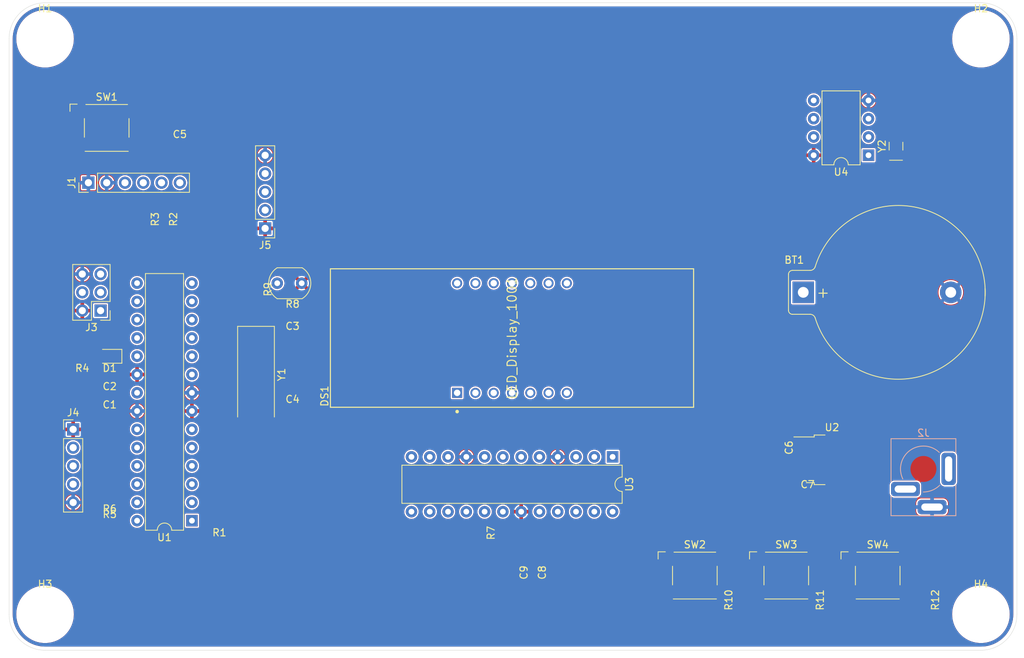
<source format=kicad_pcb>
(kicad_pcb (version 20211014) (generator pcbnew)
  (layers (0 "F.Cu" signal) (31 "B.Cu" signal) (34 "B.Paste" user) (35 "F.Paste" user) (36 "B.SilkS" user "B.Silkscreen") (37 "F.SilkS" user "F.Silkscreen") (38 "B.Mask" user) (39 "F.Mask" user) (44 "Edge.Cuts" user))
  (net 0 "")
  (net 1 "Net-(BT1-Pad1)")
  (net 2 "GND")
  (net 3 "Net-(C1-Pad1)")
  (net 4 "VCC")
  (net 5 "Net-(C3-Pad1)")
  (net 6 "Net-(C4-Pad1)")
  (net 7 "RESET")
  (net 8 "Net-(C5-Pad2)")
  (net 9 "Net-(C6-Pad1)")
  (net 10 "Net-(D1-Pad1)")
  (net 11 "LED_SCK")
  (net 12 "Net-(DS1-Pad1)")
  (net 13 "Net-(DS1-Pad2)")
  (net 14 "Net-(DS1-Pad3)")
  (net 15 "Net-(DS1-Pad4)")
  (net 16 "Net-(DS1-Pad5)")
  (net 17 "Net-(DS1-Pad6)")
  (net 18 "Net-(DS1-Pad7)")
  (net 19 "Net-(DS1-Pad9)")
  (net 20 "Net-(DS1-Pad10)")
  (net 21 "Net-(DS1-Pad11)")
  (net 22 "Net-(DS1-Pad12)")
  (net 23 "Net-(DS1-Pad13)")
  (net 24 "Net-(DS1-Pad14)")
  (net 26 "MISO")
  (net 27 "MOSI")
  (net 28 "TXD")
  (net 29 "RXD")
  (net 30 "SCL")
  (net 31 "Net-(R7-Pad2)")
  (net 32 "LIGHT_SENSOR")
  (net 33 "BTN_UP")
  (net 34 "BTN_SEL")
  (net 35 "BTN_DWN")
  (net 36 "DISP_CLK")
  (net 37 "DISP_DATA")
  (net 38 "BTH_DWN")
  (net 39 "Net-(J1-Pad5)")
  (net 40 "Net-(J1-Pad4)")
  (net 42 "DEBUG_4")
  (net 43 "DEBUG_5")
  (net 44 "DEBUG_6")
  (net 45 "DISP_LOAD")
  (net 46 "DEBUG_1")
  (net 47 "DEBUG_2")
  (net 51 "DEBUG_3")
  (net 53 "Net-(U4-Pad1)")
  (net 54 "Net-(U4-Pad2)")
  (footprint "footprints:DIP-28_W7.62mm" (layer "F.Cu") (at 105.4 126.99 180)
    (fp_text reference "U1" (at 3.81 -2.33) (layer "F.SilkS"))
    (fp_text value "ATmega328-PU")
    (fp_line (start 1.16 -1.33) (end 1.16 34.35) (layer "F.SilkS") (width 0.12))
    (fp_line (start 1.16 34.35) (end 6.46 34.35) (layer "F.SilkS") (width 0.12))
    (fp_line (start 2.81 -1.33) (end 1.16 -1.33) (layer "F.SilkS") (width 0.12))
    (fp_line (start 6.46 -1.33) (end 4.81 -1.33) (layer "F.SilkS") (width 0.12))
    (fp_line (start 6.46 34.35) (end 6.46 -1.33) (layer "F.SilkS") (width 0.12))
    (fp_arc (start 4.81 -1.33) (mid 3.81 -0.33) (end 2.81 -1.33) (layer "F.SilkS") (width 0.12))
    (pad "1" thru_hole rect locked (at 0 0 180) (size 1.6 1.6) (drill 0.8) (layers *.Cu *.Mask) (net 7 "RESET"))
    (pad "2" thru_hole oval locked (at 0 2.54 180) (size 1.6 1.6) (drill 0.8) (layers *.Cu *.Mask) (net 29 "RXD"))
    (pad "3" thru_hole oval locked (at 0 5.08 180) (size 1.6 1.6) (drill 0.8) (layers *.Cu *.Mask) (net 28 "TXD"))
    (pad "4" thru_hole oval locked (at 0 7.62 180) (size 1.6 1.6) (drill 0.8) (layers *.Cu *.Mask) (net 38 "BTH_DWN"))
    (pad "5" thru_hole oval locked (at 0 10.16 180) (size 1.6 1.6) (drill 0.8) (layers *.Cu *.Mask) (net 34 "BTN_SEL"))
    (pad "6" thru_hole oval locked (at 0 12.7 180) (size 1.6 1.6) (drill 0.8) (layers *.Cu *.Mask) (net 33 "BTN_UP"))
    (pad "7" thru_hole oval locked (at 0 15.24 180) (size 1.6 1.6) (drill 0.8) (layers *.Cu *.Mask) (net 4 "VCC"))
    (pad "8" thru_hole oval locked (at 0 17.78 180) (size 1.6 1.6) (drill 0.8) (layers *.Cu *.Mask) (net 2 "GND"))
    (pad "9" thru_hole oval locked (at 0 20.32 180) (size 1.6 1.6) (drill 0.8) (layers *.Cu *.Mask) (net 6 "Net-(C4-Pad1)"))
    (pad "10" thru_hole oval locked (at 0 22.86 180) (size 1.6 1.6) (drill 0.8) (layers *.Cu *.Mask) (net 5 "Net-(C3-Pad1)"))
    (pad "11" thru_hole oval locked (at 0 25.4 180) (size 1.6 1.6) (drill 0.8) (layers *.Cu *.Mask) (net 46 "DEBUG_1"))
    (pad "12" thru_hole oval locked (at 0 27.94 180) (size 1.6 1.6) (drill 0.8) (layers *.Cu *.Mask) (net 47 "DEBUG_2"))
    (pad "13" thru_hole oval locked (at 0 30.48 180) (size 1.6 1.6) (drill 0.8) (layers *.Cu *.Mask) (net 51 "DEBUG_3"))
    (pad "14" thru_hole oval locked (at 0 33.02 180) (size 1.6 1.6) (drill 0.8) (layers *.Cu *.Mask) (net 45 "DISP_LOAD"))
    (pad "15" thru_hole oval locked (at 7.62 33.02 180) (size 1.6 1.6) (drill 0.8) (layers *.Cu *.Mask) (net 36 "DISP_CLK"))
    (pad "16" thru_hole oval locked (at 7.62 30.48 180) (size 1.6 1.6) (drill 0.8) (layers *.Cu *.Mask) (net 37 "DISP_DATA"))
    (pad "17" thru_hole oval locked (at 7.62 27.94 180) (size 1.6 1.6) (drill 0.8) (layers *.Cu *.Mask) (net 27 "MOSI"))
    (pad "18" thru_hole oval locked (at 7.62 25.4 180) (size 1.6 1.6) (drill 0.8) (layers *.Cu *.Mask) (net 26 "MISO"))
    (pad "19" thru_hole oval locked (at 7.62 22.86 180) (size 1.6 1.6) (drill 0.8) (layers *.Cu *.Mask) (net 11 "LED_SCK"))
    (pad "20" thru_hole oval locked (at 7.62 20.32 180) (size 1.6 1.6) (drill 0.8) (layers *.Cu *.Mask) (net 4 "VCC"))
    (pad "21" thru_hole oval locked (at 7.62 17.78 180) (size 1.6 1.6) (drill 0.8) (layers *.Cu *.Mask) (net 3 "Net-(C1-Pad1)"))
    (pad "22" thru_hole oval locked (at 7.62 15.24 180) (size 1.6 1.6) (drill 0.8) (layers *.Cu *.Mask) (net 2 "GND"))
    (pad "23" thru_hole oval locked (at 7.62 12.7 180) (size 1.6 1.6) (drill 0.8) (layers *.Cu *.Mask) (net 32 "LIGHT_SENSOR"))
    (pad "24" thru_hole oval locked (at 7.62 10.16 180) (size 1.6 1.6) (drill 0.8) (layers *.Cu *.Mask) (net 42 "DEBUG_4"))
    (pad "25" thru_hole oval locked (at 7.62 7.62 180) (size 1.6 1.6) (drill 0.8) (layers *.Cu *.Mask) (net 43 "DEBUG_5"))
    (pad "26" thru_hole oval locked (at 7.62 5.08 180) (size 1.6 1.6) (drill 0.8) (layers *.Cu *.Mask) (net 44 "DEBUG_6"))
    (pad "27" thru_hole oval locked (at 7.62 2.54 180) (size 1.6 1.6) (drill 0.8) (layers *.Cu *.Mask) (net 30 "SCL"))
    (pad "28" thru_hole oval locked (at 7.62 0 180) (size 1.6 1.6) (drill 0.8) (layers *.Cu *.Mask) (net 30 "SCL"))
  )
  (footprint "footprints:MountingHole_3.2mm_M3" (layer "F.Cu") (at 215 140)
    (fp_text reference "H4" (at 0 -4.2) (layer "F.SilkS"))
    (fp_text value "MountingHole")
    (pad "" np_thru_hole circle locked (at 0 0) (size 3.2 3.2) (drill 3.2) (layers *.Cu *.Mask))
  )
  (footprint "footprints:PinHeader_1x06_P2.54mm_Vertical" (layer "F.Cu") (at 91.02 80.01 90)
    (fp_text reference "J1" (at 0 -2.33 90) (layer "F.SilkS"))
    (fp_text value "Conn_01x06")
    (fp_line (start -1.33 14.03) (end 1.33 14.03) (layer "F.SilkS") (width 0.12))
    (fp_line (start -1.33 1.27) (end -1.33 14.03) (layer "F.SilkS") (width 0.12))
    (fp_line (start -1.33 0) (end -1.33 -1.33) (layer "F.SilkS") (width 0.12))
    (fp_line (start 1.33 1.27) (end 1.33 14.03) (layer "F.SilkS") (width 0.12))
    (fp_line (start -1.33 -1.33) (end 0 -1.33) (layer "F.SilkS") (width 0.12))
    (fp_line (start -1.33 1.27) (end 1.33 1.27) (layer "F.SilkS") (width 0.12))
    (pad "1" thru_hole rect locked (at 0 0 90) (size 1.7 1.7) (drill 1) (layers *.Cu *.Mask) (net 2 "GND"))
    (pad "2" thru_hole oval locked (at 0 2.54 90) (size 1.7 1.7) (drill 1) (layers *.Cu *.Mask) (net 2 "GND"))
    (pad "3" thru_hole oval locked (at 0 5.08 90) (size 1.7 1.7) (drill 1) (layers *.Cu *.Mask))
    (pad "4" thru_hole oval locked (at 0 7.62 90) (size 1.7 1.7) (drill 1) (layers *.Cu *.Mask) (net 40 "Net-(J1-Pad4)"))
    (pad "5" thru_hole oval locked (at 0 10.16 90) (size 1.7 1.7) (drill 1) (layers *.Cu *.Mask) (net 39 "Net-(J1-Pad5)"))
    (pad "6" thru_hole oval locked (at 0 12.7 90) (size 1.7 1.7) (drill 1) (layers *.Cu *.Mask) (net 8 "Net-(C5-Pad2)"))
  )
  (footprint "footprints:DIP-8_W7.62mm" (layer "F.Cu") (at 199.38 76.19 180)
    (fp_text reference "U4" (at 3.81 -2.33) (layer "F.SilkS"))
    (fp_text value "DS1307_DIP-8")
    (fp_line (start 1.16 8.95) (end 6.46 8.95) (layer "F.SilkS") (width 0.12))
    (fp_line (start 1.16 -1.33) (end 1.16 8.95) (layer "F.SilkS") (width 0.12))
    (fp_line (start 2.81 -1.33) (end 1.16 -1.33) (layer "F.SilkS") (width 0.12))
    (fp_line (start 6.46 -1.33) (end 4.81 -1.33) (layer "F.SilkS") (width 0.12))
    (fp_line (start 6.46 8.95) (end 6.46 -1.33) (layer "F.SilkS") (width 0.12))
    (fp_arc (start 4.81 -1.33) (mid 3.81 -0.33) (end 2.81 -1.33) (layer "F.SilkS") (width 0.12))
    (pad "1" thru_hole rect locked (at 0 0 180) (size 1.6 1.6) (drill 0.8) (layers *.Cu *.Mask) (net 53 "Net-(U4-Pad1)"))
    (pad "2" thru_hole oval locked (at 0 2.54 180) (size 1.6 1.6) (drill 0.8) (layers *.Cu *.Mask) (net 54 "Net-(U4-Pad2)"))
    (pad "3" thru_hole oval locked (at 0 5.08 180) (size 1.6 1.6) (drill 0.8) (layers *.Cu *.Mask) (net 1 "Net-(BT1-Pad1)"))
    (pad "4" thru_hole oval locked (at 0 7.62 180) (size 1.6 1.6) (drill 0.8) (layers *.Cu *.Mask) (net 2 "GND"))
    (pad "5" thru_hole oval locked (at 7.62 7.62 180) (size 1.6 1.6) (drill 0.8) (layers *.Cu *.Mask) (net 30 "SCL"))
    (pad "6" thru_hole oval locked (at 7.62 5.08 180) (size 1.6 1.6) (drill 0.8) (layers *.Cu *.Mask) (net 30 "SCL"))
    (pad "7" thru_hole oval locked (at 7.62 2.54 180) (size 1.6 1.6) (drill 0.8) (layers *.Cu *.Mask))
    (pad "8" thru_hole oval locked (at 7.62 0 180) (size 1.6 1.6) (drill 0.8) (layers *.Cu *.Mask) (net 4 "VCC"))
  )
  (footprint "footprints:R_0805_2012Metric" (layer "F.Cu") (at 114.3 94.83 -90)
    (fp_text reference "R9" (at 0 -1.65 90) (layer "F.SilkS"))
    (fp_text value "R_0805_100K")
    (pad "1" smd rect locked (at -0.85 0 270) (size 1.15 1.4) (layers "F.Cu" "F.Paste" "F.Mask") (net 32 "LIGHT_SENSOR"))
    (pad "2" smd rect locked (at 0.85 0 270) (size 1.15 1.4) (layers "F.Cu" "F.Paste" "F.Mask") (net 2 "GND"))
  )
  (footprint "footprints:C_0805_2012Metric" (layer "F.Cu") (at 152.4 134.2 -90)
    (fp_text reference "C8" (at 0 -1.65 90) (layer "F.SilkS"))
    (fp_text value "C_0805_1uf")
    (pad "1" smd rect locked (at -0.85 0 270) (size 1.15 1.4) (layers "F.Cu" "F.Paste" "F.Mask") (net 4 "VCC"))
    (pad "2" smd rect locked (at 0.85 0 270) (size 1.15 1.4) (layers "F.Cu" "F.Paste" "F.Mask") (net 2 "GND"))
  )
  (footprint "footprints:C_0805_2012Metric" (layer "F.Cu") (at 190.92 123.61)
    (fp_text reference "C7" (at 0 -1.65) (layer "F.SilkS"))
    (fp_text value "C_0805_0.1uf")
    (pad "1" smd rect locked (at -0.85 0) (size 1.15 1.4) (layers "F.Cu" "F.Paste" "F.Mask") (net 4 "VCC"))
    (pad "2" smd rect locked (at 0.85 0) (size 1.15 1.4) (layers "F.Cu" "F.Paste" "F.Mask") (net 2 "GND"))
  )
  (footprint "footprints:R_0805_2012Metric" (layer "F.Cu") (at 101.18 85.09 -90)
    (fp_text reference "R2" (at 0 -1.65 -270) (layer "F.SilkS"))
    (fp_text value "R_0805_47")
    (pad "1" smd rect locked (at -0.85 0 270) (size 1.15 1.4) (layers "F.Cu" "F.Paste" "F.Mask") (net 39 "Net-(J1-Pad5)"))
    (pad "2" smd rect locked (at 0.85 0 270) (size 1.15 1.4) (layers "F.Cu" "F.Paste" "F.Mask") (net 29 "RXD"))
  )
  (footprint "footprints:PinHeader_1x05_P2.54mm_Vertical" (layer "F.Cu") (at 88.9 114.3)
    (fp_text reference "J4" (at 0 -2.33) (layer "F.SilkS"))
    (fp_text value "Conn_01x05")
    (fp_line (start -1.33 -1.33) (end 0 -1.33) (layer "F.SilkS") (width 0.12))
    (fp_line (start -1.33 1.27) (end -1.33 11.49) (layer "F.SilkS") (width 0.12))
    (fp_line (start -1.33 11.49) (end 1.33 11.49) (layer "F.SilkS") (width 0.12))
    (fp_line (start 1.33 1.27) (end 1.33 11.49) (layer "F.SilkS") (width 0.12))
    (fp_line (start -1.33 0) (end -1.33 -1.33) (layer "F.SilkS") (width 0.12))
    (fp_line (start -1.33 1.27) (end 1.33 1.27) (layer "F.SilkS") (width 0.12))
    (pad "1" thru_hole rect locked (at 0 0) (size 1.7 1.7) (drill 1) (layers *.Cu *.Mask) (net 4 "VCC"))
    (pad "2" thru_hole oval locked (at 0 2.54) (size 1.7 1.7) (drill 1) (layers *.Cu *.Mask) (net 42 "DEBUG_4"))
    (pad "3" thru_hole oval locked (at 0 5.08) (size 1.7 1.7) (drill 1) (layers *.Cu *.Mask) (net 43 "DEBUG_5"))
    (pad "4" thru_hole oval locked (at 0 7.62) (size 1.7 1.7) (drill 1) (layers *.Cu *.Mask) (net 44 "DEBUG_6"))
    (pad "5" thru_hole oval locked (at 0 10.16) (size 1.7 1.7) (drill 1) (layers *.Cu *.Mask) (net 2 "GND"))
  )
  (footprint "footprints:C_0805_2012Metric" (layer "F.Cu") (at 103.72 74.93)
    (fp_text reference "C5" (at 0 -1.65) (layer "F.SilkS"))
    (fp_text value "C_0805_0.1uf")
    (pad "1" smd rect locked (at -0.85 0) (size 1.15 1.4) (layers "F.Cu" "F.Paste" "F.Mask") (net 7 "RESET"))
    (pad "2" smd rect locked (at 0.85 0) (size 1.15 1.4) (layers "F.Cu" "F.Paste" "F.Mask") (net 8 "Net-(C5-Pad2)"))
  )
  (footprint "footprints:R_0805_2012Metric" (layer "F.Cu") (at 93.98 127)
    (fp_text reference "R6" (at 0 -1.65) (layer "F.SilkS"))
    (fp_text value "R_0805_4.7K")
    (pad "1" smd rect locked (at -0.85 0) (size 1.15 1.4) (layers "F.Cu" "F.Paste" "F.Mask") (net 4 "VCC"))
    (pad "2" smd rect locked (at 0.85 0) (size 1.15 1.4) (layers "F.Cu" "F.Paste" "F.Mask") (net 30 "SCL"))
  )
  (footprint "footprints:R_0805_2012Metric" (layer "F.Cu") (at 194.31 138.01 90)
    (fp_text reference "R11" (at 0 -1.65 90) (layer "F.SilkS"))
    (fp_text value "R_0805_10K")
    (pad "1" smd rect locked (at -0.85 0 90) (size 1.15 1.4) (layers "F.Cu" "F.Paste" "F.Mask") (net 4 "VCC"))
    (pad "2" smd rect locked (at 0.85 0 90) (size 1.15 1.4) (layers "F.Cu" "F.Paste" "F.Mask") (net 34 "BTN_SEL"))
  )
  (footprint "footprints:R_0805_2012Metric" (layer "F.Cu") (at 90.17 104.14 180)
    (fp_text reference "R4" (at 0 -1.65) (layer "F.SilkS"))
    (fp_text value "R_0805_2.2K")
    (pad "1" smd rect locked (at -0.85 0 180) (size 1.15 1.4) (layers "F.Cu" "F.Paste" "F.Mask") (net 10 "Net-(D1-Pad1)"))
    (pad "2" smd rect locked (at 0.85 0 180) (size 1.15 1.4) (layers "F.Cu" "F.Paste" "F.Mask") (net 2 "GND"))
  )
  (footprint "footprints:Adafruit-1001-0-0-MFG" (layer "F.Cu") (at 149.86 101.6 90)
    (fp_text reference "DS1" (at -9.625 -26.025 90) (layer "F.SilkS") (effects (justify left)))
    (fp_text value "LED_Display_1001" (at 0 0 90) (layer "F.SilkS") (effects (font (size 1.27 1.27))))
    (fp_line (start -9.625 -25.225) (end 9.625 -25.225) (layer "F.SilkS") (width 0.15))
    (fp_line (start -9.625 25.225) (end -9.625 -25.225) (layer "F.SilkS") (width 0.15))
    (fp_line (start -9.625 25.225) (end 9.625 25.225) (layer "F.SilkS") (width 0.15))
    (fp_line (start 9.625 25.225) (end 9.625 -25.225) (layer "F.SilkS") (width 0.15))
    (fp_circle (center -10.225 -7.62) (end -10.1 -7.62) (layer "F.SilkS") (width 0.25) (fill none))
    (pad "1" thru_hole rect locked (at -7.62 -7.62 90) (size 1.4 1.4) (drill 0.9) (layers *.Cu *.Mask) (net 12 "Net-(DS1-Pad1)"))
    (pad "2" thru_hole circle locked (at -7.62 -5.08 90) (size 1.4 1.4) (drill 0.9) (layers *.Cu *.Mask) (net 13 "Net-(DS1-Pad2)"))
    (pad "3" thru_hole circle locked (at -7.62 -2.54 90) (size 1.4 1.4) (drill 0.9) (layers *.Cu *.Mask) (net 14 "Net-(DS1-Pad3)"))
    (pad "4" thru_hole circle locked (at -7.62 0 90) (size 1.4 1.4) (drill 0.9) (layers *.Cu *.Mask) (net 15 "Net-(DS1-Pad4)"))
    (pad "5" thru_hole circle locked (at -7.62 2.54 90) (size 1.4 1.4) (drill 0.9) (layers *.Cu *.Mask) (net 16 "Net-(DS1-Pad5)"))
    (pad "6" thru_hole circle locked (at -7.62 5.08 90) (size 1.4 1.4) (drill 0.9) (layers *.Cu *.Mask) (net 17 "Net-(DS1-Pad6)"))
    (pad "7" thru_hole circle locked (at -7.62 7.62 90) (size 1.4 1.4) (drill 0.9) (layers *.Cu *.Mask) (net 18 "Net-(DS1-Pad7)"))
    (pad "8" thru_hole circle locked (at 7.62 7.62 90) (size 1.4 1.4) (drill 0.9) (layers *.Cu *.Mask) (net 14 "Net-(DS1-Pad3)"))
    (pad "9" thru_hole circle locked (at 7.62 5.08 90) (size 1.4 1.4) (drill 0.9) (layers *.Cu *.Mask) (net 19 "Net-(DS1-Pad9)"))
    (pad "10" thru_hole circle locked (at 7.62 2.54 90) (size 1.4 1.4) (drill 0.9) (layers *.Cu *.Mask) (net 20 "Net-(DS1-Pad10)"))
    (pad "11" thru_hole circle locked (at 7.62 0 90) (size 1.4 1.4) (drill 0.9) (layers *.Cu *.Mask) (net 21 "Net-(DS1-Pad11)"))
    (pad "12" thru_hole circle locked (at 7.62 -2.54 90) (size 1.4 1.4) (drill 0.9) (layers *.Cu *.Mask) (net 22 "Net-(DS1-Pad12)"))
    (pad "13" thru_hole circle locked (at 7.62 -5.08 90) (size 1.4 1.4) (drill 0.9) (layers *.Cu *.Mask) (net 23 "Net-(DS1-Pad13)"))
    (pad "14" thru_hole circle locked (at 7.62 -7.62 90) (size 1.4 1.4) (drill 0.9) (layers *.Cu *.Mask) (net 24 "Net-(DS1-Pad14)"))
  )
  (footprint "footprints:C_0805_2012Metric" (layer "F.Cu") (at 119.38 111.76)
    (fp_text reference "C4" (at 0 -1.65) (layer "F.SilkS"))
    (fp_text value "C_0805_22pf")
    (pad "1" smd rect locked (at -0.85 0) (size 1.15 1.4) (layers "F.Cu" "F.Paste" "F.Mask") (net 6 "Net-(C4-Pad1)"))
    (pad "2" smd rect locked (at 0.85 0) (size 1.15 1.4) (layers "F.Cu" "F.Paste" "F.Mask") (net 2 "GND"))
  )
  (footprint "footprints:C_0805_2012Metric" (layer "F.Cu") (at 149.86 134.2 -90)
    (fp_text reference "C9" (at 0 -1.65 90) (layer "F.SilkS"))
    (fp_text value "C_0805_0.1uf")
    (pad "1" smd rect locked (at -0.85 0 270) (size 1.15 1.4) (layers "F.Cu" "F.Paste" "F.Mask") (net 4 "VCC"))
    (pad "2" smd rect locked (at 0.85 0 270) (size 1.15 1.4) (layers "F.Cu" "F.Paste" "F.Mask") (net 2 "GND"))
  )
  (footprint "footprints:SW_SPST_Omron_B3FS-100xP" (layer "F.Cu") (at 187.96 134.62)
    (fp_text reference "SW3" (at 0 -4.3) (layer "F.SilkS"))
    (fp_text value "Omron_B3F_SPST")
    (fp_line (start -5.1 -2.3) (end -5.1 -3.3) (layer "F.SilkS") (width 0.12))
    (fp_line (start 3.1 -1.3) (end 3.1 1.3) (layer "F.SilkS") (width 0.12))
    (fp_line (start 3 3.25) (end -3 3.25) (layer "F.SilkS") (width 0.12))
    (fp_line (start -3.1 -1.3) (end -3.1 1.3) (layer "F.SilkS") (width 0.12))
    (fp_line (start 2.9 -3.25) (end -2.9 -3.25) (layer "F.SilkS") (width 0.12))
    (fp_line (start -5.1 -3.3) (end -4.1 -3.3) (layer "F.SilkS") (width 0.12))
    (pad "1" smd rect locked (at -4 -2.25 180) (size 1.6 1.4) (layers "F.Cu" "F.Paste" "F.Mask") (net 2 "GND"))
    (pad "2" smd rect locked (at 4 -2.25 180) (size 1.6 1.4) (layers "F.Cu" "F.Paste" "F.Mask") (net 2 "GND"))
    (pad "3" smd rect locked (at -4 2.25 180) (size 1.6 1.4) (layers "F.Cu" "F.Paste" "F.Mask") (net 34 "BTN_SEL"))
    (pad "4" smd rect locked (at 4 2.25 180) (size 1.6 1.4) (layers "F.Cu" "F.Paste" "F.Mask") (net 34 "BTN_SEL"))
  )
  (footprint "footprints:MountingHole_3.2mm_M3" (layer "F.Cu") (at 215 60)
    (fp_text reference "H2" (at 0 -4.2) (layer "F.SilkS"))
    (fp_text value "MountingHole")
    (pad "" np_thru_hole circle locked (at 0 0) (size 3.2 3.2) (drill 3.2) (layers *.Cu *.Mask))
  )
  (footprint "footprints:R_0805_2012Metric" (layer "F.Cu") (at 109.22 127 180)
    (fp_text reference "R1" (at 0 -1.65) (layer "F.SilkS"))
    (fp_text value "R_0805_10K")
    (pad "1" smd rect locked (at -0.85 0 180) (size 1.15 1.4) (layers "F.Cu" "F.Paste" "F.Mask") (net 4 "VCC"))
    (pad "2" smd rect locked (at 0.85 0 180) (size 1.15 1.4) (layers "F.Cu" "F.Paste" "F.Mask") (net 7 "RESET"))
  )
  (footprint "footprints:BatteryHolder_Keystone_106_1x20mm" (layer "F.Cu") (at 190.316314 95.250017)
    (fp_text reference "BT1" (at -1.25 -4.5) (layer "F.SilkS"))
    (fp_text value "Battery_Cell")
    (fp_text user "+" (at 2.75 0) (layer "F.SilkS") (effects (font (size 1.5 1.5))))
    (fp_line (start 0.95 -3.05) (end -1.5 -3.05) (layer "F.SilkS") (width 0.12))
    (fp_line (start -1.5 3.05) (end 0.95 3.05) (layer "F.SilkS") (width 0.12))
    (fp_line (start -2.05 -2.5) (end -2.05 2.5) (layer "F.SilkS") (width 0.12))
    (fp_arc (start 25.263443 -0.515991) (mid 15.23426 11.901878) (end 1.65 3.52) (layer "F.SilkS") (width 0.12))
    (fp_arc (start -1.5 3.05) (mid -1.888909 2.888909) (end -2.05 2.5) (layer "F.SilkS") (width 0.12))
    (fp_arc (start 0.95 3.05) (mid 1.380182 3.185636) (end 1.654769 3.543485) (layer "F.SilkS") (width 0.12))
    (fp_arc (start 1.654769 -3.543485) (mid 1.380182 -3.185636) (end 0.95 -3.05) (layer "F.SilkS") (width 0.12))
    (fp_arc (start 1.65 -3.52) (mid 15.23426 -11.901878) (end 25.263443 0.515991) (layer "F.SilkS") (width 0.12))
    (fp_arc (start -2.05 -2.5) (mid -1.888909 -2.888909) (end -1.5 -3.05) (layer "F.SilkS") (width 0.12))
    (pad "1" thru_hole rect (at 0 0) (size 3 3) (drill 1.5) (layers *.Cu *.Mask) (net 1 "Net-(BT1-Pad1)"))
    (pad "2" thru_hole circle (at 20.49 0) (size 3 3) (drill 1.5) (layers *.Cu *.Mask) (net 2 "GND"))
  )
  (footprint "footprints:R_0805_2012Metric" (layer "F.Cu") (at 98.64 85.09 -90)
    (fp_text reference "R3" (at 0 -1.65 90) (layer "F.SilkS"))
    (fp_text value "R_0805_47")
    (pad "1" smd rect locked (at -0.85 0 270) (size 1.15 1.4) (layers "F.Cu" "F.Paste" "F.Mask") (net 40 "Net-(J1-Pad4)"))
    (pad "2" smd rect locked (at 0.85 0 270) (size 1.15 1.4) (layers "F.Cu" "F.Paste" "F.Mask") (net 28 "TXD"))
  )
  (footprint "footprints:PinHeader_1x05_P2.54mm_Vertical" (layer "F.Cu") (at 115.57 86.36 180)
    (fp_text reference "J5" (at 0 -2.33) (layer "F.SilkS"))
    (fp_text value "Conn_01x05")
    (fp_line (start -1.33 -1.33) (end 0 -1.33) (layer "F.SilkS") (width 0.12))
    (fp_line (start -1.33 11.49) (end 1.33 11.49) (layer "F.SilkS") (width 0.12))
    (fp_line (start -1.33 1.27) (end 1.33 1.27) (layer "F.SilkS") (width 0.12))
    (fp_line (start 1.33 1.27) (end 1.33 11.49) (layer "F.SilkS") (width 0.12))
    (fp_line (start -1.33 1.27) (end -1.33 11.49) (layer "F.SilkS") (width 0.12))
    (fp_line (start -1.33 0) (end -1.33 -1.33) (layer "F.SilkS") (width 0.12))
    (pad "1" thru_hole rect locked (at 0 0 180) (size 1.7 1.7) (drill 1) (layers *.Cu *.Mask) (net 4 "VCC"))
    (pad "2" thru_hole oval locked (at 0 2.54 180) (size 1.7 1.7) (drill 1) (layers *.Cu *.Mask) (net 46 "DEBUG_1"))
    (pad "3" thru_hole oval locked (at 0 5.08 180) (size 1.7 1.7) (drill 1) (layers *.Cu *.Mask) (net 47 "DEBUG_2"))
    (pad "4" thru_hole oval locked (at 0 7.62 180) (size 1.7 1.7) (drill 1) (layers *.Cu *.Mask) (net 51 "DEBUG_3"))
    (pad "5" thru_hole oval locked (at 0 10.16 180) (size 1.7 1.7) (drill 1) (layers *.Cu *.Mask) (net 2 "GND"))
  )
  (footprint "footprints:MountingHole_3.2mm_M3" (layer "F.Cu") (at 85 140)
    (fp_text reference "H3" (at 0 -4.2) (layer "F.SilkS"))
    (fp_text value "MountingHole")
    (pad "" np_thru_hole circle locked (at 0 0) (size 3.2 3.2) (drill 3.2) (layers *.Cu *.Mask))
  )
  (footprint "footprints:C_0805_2012Metric" (layer "F.Cu") (at 119.38 101.6)
    (fp_text reference "C3" (at 0 -1.65) (layer "F.SilkS"))
    (fp_text value "C_0805_22pf")
    (pad "1" smd rect locked (at -0.85 0) (size 1.15 1.4) (layers "F.Cu" "F.Paste" "F.Mask") (net 5 "Net-(C3-Pad1)"))
    (pad "2" smd rect locked (at 0.85 0) (size 1.15 1.4) (layers "F.Cu" "F.Paste" "F.Mask") (net 2 "GND"))
  )
  (footprint "footprints:SW_SPST_Omron_B3FS-100xP" (layer "F.Cu") (at 175.26 134.62)
    (fp_text reference "SW2" (at 0 -4.3) (layer "F.SilkS"))
    (fp_text value "Omron_B3F_SPST")
    (fp_line (start -3.1 -1.3) (end -3.1 1.3) (layer "F.SilkS") (width 0.12))
    (fp_line (start -5.1 -3.3) (end -4.1 -3.3) (layer "F.SilkS") (width 0.12))
    (fp_line (start 2.9 -3.25) (end -2.9 -3.25) (layer "F.SilkS") (width 0.12))
    (fp_line (start 3 3.25) (end -3 3.25) (layer "F.SilkS") (width 0.12))
    (fp_line (start 3.1 -1.3) (end 3.1 1.3) (layer "F.SilkS") (width 0.12))
    (fp_line (start -5.1 -2.3) (end -5.1 -3.3) (layer "F.SilkS") (width 0.12))
    (pad "1" smd rect locked (at -4 -2.25 180) (size 1.6 1.4) (layers "F.Cu" "F.Paste" "F.Mask") (net 2 "GND"))
    (pad "2" smd rect locked (at 4 -2.25 180) (size 1.6 1.4) (layers "F.Cu" "F.Paste" "F.Mask") (net 2 "GND"))
    (pad "3" smd rect locked (at -4 2.25 180) (size 1.6 1.4) (layers "F.Cu" "F.Paste" "F.Mask") (net 33 "BTN_UP"))
    (pad "4" smd rect locked (at 4 2.25 180) (size 1.6 1.4) (layers "F.Cu" "F.Paste" "F.Mask") (net 33 "BTN_UP"))
  )
  (footprint "footprints:R_0805_2012Metric" (layer "F.Cu") (at 93.98 124.46 180)
    (fp_text reference "R5" (at 0 -1.65) (layer "F.SilkS"))
    (fp_text value "R_0805_4.7K")
    (pad "1" smd rect locked (at -0.85 0 180) (size 1.15 1.4) (layers "F.Cu" "F.Paste" "F.Mask") (net 30 "SCL"))
    (pad "2" smd rect locked (at 0.85 0 180) (size 1.15 1.4) (layers "F.Cu" "F.Paste" "F.Mask") (net 4 "VCC"))
  )
  (footprint "footprints:SW_SPST_Omron_B3FS-100xP" (layer "F.Cu") (at 93.56 72.39)
    (fp_text reference "SW1" (at 0 -4.3) (layer "F.SilkS"))
    (fp_text value "Omron_B3F_SPST")
    (fp_line (start 3 3.25) (end -3 3.25) (layer "F.SilkS") (width 0.12))
    (fp_line (start -3.1 -1.3) (end -3.1 1.3) (layer "F.SilkS") (width 0.12))
    (fp_line (start -5.1 -3.3) (end -4.1 -3.3) (layer "F.SilkS") (width 0.12))
    (fp_line (start 2.9 -3.25) (end -2.9 -3.25) (layer "F.SilkS") (width 0.12))
    (fp_line (start -5.1 -2.3) (end -5.1 -3.3) (layer "F.SilkS") (width 0.12))
    (fp_line (start 3.1 -1.3) (end 3.1 1.3) (layer "F.SilkS") (width 0.12))
    (pad "1" smd rect locked (at -4 -2.25 180) (size 1.6 1.4) (layers "F.Cu" "F.Paste" "F.Mask") (net 2 "GND"))
    (pad "2" smd rect locked (at 4 -2.25 180) (size 1.6 1.4) (layers "F.Cu" "F.Paste" "F.Mask") (net 2 "GND"))
    (pad "3" smd rect locked (at -4 2.25 180) (size 1.6 1.4) (layers "F.Cu" "F.Paste" "F.Mask") (net 7 "RESET"))
    (pad "4" smd rect locked (at 4 2.25 180) (size 1.6 1.4) (layers "F.Cu" "F.Paste" "F.Mask") (net 7 "RESET"))
  )
  (footprint "footprints:MountingHole_3.2mm_M3" (layer "F.Cu") (at 85 60)
    (fp_text reference "H1" (at 0 -4.2) (layer "F.SilkS"))
    (fp_text value "MountingHole")
    (pad "" np_thru_hole circle locked (at 0 0) (size 3.2 3.2) (drill 3.2) (layers *.Cu *.Mask))
  )
  (footprint "footprints:LED_0805_2012Metric" (layer "F.Cu") (at 93.98 104.14 180)
    (fp_text reference "D1" (at 0 -1.65) (layer "F.SilkS"))
    (fp_text value "LED_0805")
    (fp_line (start -1.685 -0.96) (end -1.685 0.96) (layer "F.SilkS") (width 0.12))
    (fp_line (start -1.685 0.96) (end 1 0.96) (layer "F.SilkS") (width 0.12))
    (fp_line (start 1 -0.96) (end -1.685 -0.96) (layer "F.SilkS") (width 0.12))
    (pad "1" smd roundrect locked (at -0.9375 0 180) (size 0.975 1.4) (layers "F.Cu" "F.Paste" "F.Mask") (net 10 "Net-(D1-Pad1)"))
    (pad "2" smd roundrect locked (at 0.9375 0 180) (size 0.975 1.4) (layers "F.Cu" "F.Paste" "F.Mask") (net 11 "LED_SCK"))
  )
  (footprint "footprints:R_LDR_4.9x4.2mm_P2.54mm_Vertical" (layer "F.Cu") (at 120.65 93.98 180)
    (fp_text reference "R8" (at 1.27 -2.9) (layer "F.SilkS"))
    (fp_text value "PhotoconductivePhotocell")
    (fp_line (start -0.05 -2.15) (end 3.4 -2.15) (layer "F.SilkS") (width 0.12))
    (fp_line (start -0.05 2.15) (end 3.4 2.15) (layer "F.SilkS") (width 0.12))
    (fp_arc (start -0.05 2.15) (mid -1.262424 0.01494) (end -0.075476 -2.134388) (layer "F.SilkS") (width 0.12))
    (fp_arc (start 3.4 -2.15) (mid 4.588646 -0.016616) (end 3.428027 2.132145) (layer "F.SilkS") (width 0.12))
    (pad "1" thru_hole circle locked (at 0 0 180) (size 1.6 1.6) (drill 0.8) (layers *.Cu *.Mask) (net 4 "VCC"))
    (pad "2" thru_hole circle locked (at 3.4 0 180) (size 1.6 1.6) (drill 0.8) (layers *.Cu *.Mask) (net 32 "LIGHT_SENSOR"))
  )
  (footprint "footprints:R_0805_2012Metric" (layer "F.Cu") (at 181.61 138.01 90)
    (fp_text reference "R10" (at 0 -1.65 90) (layer "F.SilkS"))
    (fp_text value "R_0805_10K")
    (pad "1" smd rect locked (at -0.85 0 90) (size 1.15 1.4) (layers "F.Cu" "F.Paste" "F.Mask") (net 4 "VCC"))
    (pad "2" smd rect locked (at 0.85 0 90) (size 1.15 1.4) (layers "F.Cu" "F.Paste" "F.Mask") (net 33 "BTN_UP"))
  )
  (footprint "footprints:C_0805_2012Metric" (layer "F.Cu") (at 186.69 116.84 -90)
    (fp_text reference "C6" (at 0 -1.65 90) (layer "F.SilkS"))
    (fp_text value "C_0805_1uf")
    (pad "1" smd rect locked (at -0.85 0 270) (size 1.15 1.4) (layers "F.Cu" "F.Paste" "F.Mask") (net 9 "Net-(C6-Pad1)"))
    (pad "2" smd rect locked (at 0.85 0 270) (size 1.15 1.4) (layers "F.Cu" "F.Paste" "F.Mask") (net 2 "GND"))
  )
  (footprint "footprints:R_0805_2012Metric" (layer "F.Cu") (at 207.01 138.01 -90)
    (fp_text reference "R12" (at 0 -1.65 90) (layer "F.SilkS"))
    (fp_text value "R_0805_10K")
    (pad "1" smd rect locked (at -0.85 0 270) (size 1.15 1.4) (layers "F.Cu" "F.Paste" "F.Mask") (net 4 "VCC"))
    (pad "2" smd rect locked (at 0.85 0 270) (size 1.15 1.4) (layers "F.Cu" "F.Paste" "F.Mask") (net 35 "BTN_DWN"))
  )
  (footprint "footprints:PinHeader_2x03_P2.54mm_Vertical" (layer "F.Cu") (at 92.71 97.79 180)
    (fp_text reference "J3" (at 1.27 -2.33) (layer "F.SilkS"))
    (fp_text value "Conn_02x03_Odd_Even")
    (fp_line (start -1.33 1.27) (end 1.27 1.27) (layer "F.SilkS") (width 0.12))
    (fp_line (start 3.87 -1.33) (end 3.87 6.41) (layer "F.SilkS") (width 0.12))
    (fp_line (start -1.33 -1.33) (end 0 -1.33) (layer "F.SilkS") (width 0.12))
    (fp_line (start -1.33 1.27) (end -1.33 6.41) (layer "F.SilkS") (width 0.12))
    (fp_line (start -1.33 0) (end -1.33 -1.33) (layer "F.SilkS") (width 0.12))
    (fp_line (start 1.27 1.27) (end 1.27 -1.33) (layer "F.SilkS") (width 0.12))
    (fp_line (start -1.33 6.41) (end 3.87 6.41) (layer "F.SilkS") (width 0.12))
    (fp_line (start 1.27 -1.33) (end 3.87 -1.33) (layer "F.SilkS") (width 0.12))
    (pad "1" thru_hole rect locked (at 0 0 180) (size 1.7 1.7) (drill 1) (layers *.Cu *.Mask) (net 26 "MISO"))
    (pad "2" thru_hole oval locked (at 2.54 0 180) (size 1.7 1.7) (drill 1) (layers *.Cu *.Mask) (net 4 "VCC"))
    (pad "3" thru_hole oval locked (at 0 2.54 180) (size 1.7 1.7) (drill 1) (layers *.Cu *.Mask) (net 11 "LED_SCK"))
    (pad "4" thru_hole oval locked (at 2.54 2.54 180) (size 1.7 1.7) (drill 1) (layers *.Cu *.Mask) (net 27 "MOSI"))
    (pad "5" thru_hole oval locked (at 0 5.08 180) (size 1.7 1.7) (drill 1) (layers *.Cu *.Mask) (net 7 "RESET"))
    (pad "6" thru_hole oval locked (at 2.54 5.08 180) (size 1.7 1.7) (drill 1) (layers *.Cu *.Mask) (net 2 "GND"))
  )
  (footprint "footprints:Crystal_SMD_2Pin_3.2x1.5mm" (layer "F.Cu") (at 203.2 74.93 90)
    (fp_text reference "Y2" (at 0 -1.95 90) (layer "F.SilkS"))
    (fp_text value "Crystal_32768Hz")
    (fp_line (start -1.95 -0.9) (end -1.95 0.9) (layer "F.SilkS") (width 0.12))
    (fp_line (start -0.55 0.95) (end 0.55 0.95) (layer "F.SilkS") (width 0.12))
    (fp_line (start -0.55 -0.95) (end 0.55 -0.95) (layer "F.SilkS") (width 0.12))
    (pad "1" smd rect locked (at -1.25 0 90) (size 1 1.8) (layers "F.Cu" "F.Paste" "F.Mask") (net 53 "Net-(U4-Pad1)"))
    (pad "2" smd rect locked (at 1.25 0 90) (size 1 1.8) (layers "F.Cu" "F.Paste" "F.Mask") (net 54 "Net-(U4-Pad2)"))
  )
  (footprint "footprints:C_0805_2012Metric" (layer "F.Cu") (at 93.98 109.22 180)
    (fp_text reference "C1" (at 0 -1.65) (layer "F.SilkS"))
    (fp_text value "C_0805_0.1uf")
    (pad "1" smd rect locked (at -0.85 0 180) (size 1.15 1.4) (layers "F.Cu" "F.Paste" "F.Mask") (net 3 "Net-(C1-Pad1)"))
    (pad "2" smd rect locked (at 0.85 0 180) (size 1.15 1.4) (layers "F.Cu" "F.Paste" "F.Mask") (net 2 "GND"))
  )
  (footprint "footprints:SW_SPST_Omron_B3FS-100xP" (layer "F.Cu") (at 200.66 134.62)
    (fp_text reference "SW4" (at 0 -4.3) (layer "F.SilkS"))
    (fp_text value "Omron_B3F_SPST")
    (fp_line (start -5.1 -2.3) (end -5.1 -3.3) (layer "F.SilkS") (width 0.12))
    (fp_line (start -3.1 -1.3) (end -3.1 1.3) (layer "F.SilkS") (width 0.12))
    (fp_line (start 2.9 -3.25) (end -2.9 -3.25) (layer "F.SilkS") (width 0.12))
    (fp_line (start -5.1 -3.3) (end -4.1 -3.3) (layer "F.SilkS") (width 0.12))
    (fp_line (start 3.1 -1.3) (end 3.1 1.3) (layer "F.SilkS") (width 0.12))
    (fp_line (start 3 3.25) (end -3 3.25) (layer "F.SilkS") (width 0.12))
    (pad "1" smd rect locked (at -4 -2.25 180) (size 1.6 1.4) (layers "F.Cu" "F.Paste" "F.Mask") (net 2 "GND"))
    (pad "2" smd rect locked (at 4 -2.25 180) (size 1.6 1.4) (layers "F.Cu" "F.Paste" "F.Mask") (net 2 "GND"))
    (pad "3" smd rect locked (at -4 2.25 180) (size 1.6 1.4) (layers "F.Cu" "F.Paste" "F.Mask") (net 35 "BTN_DWN"))
    (pad "4" smd rect locked (at 4 2.25 180) (size 1.6 1.4) (layers "F.Cu" "F.Paste" "F.Mask") (net 35 "BTN_DWN"))
  )
  (footprint "footprints:C_0805_2012Metric" (layer "F.Cu") (at 93.98 106.68 180)
    (fp_text reference "C2" (at 0 -1.65) (layer "F.SilkS"))
    (fp_text value "C_0805_0.1uf")
    (pad "1" smd rect locked (at -0.85 0 180) (size 1.15 1.4) (layers "F.Cu" "F.Paste" "F.Mask") (net 4 "VCC"))
    (pad "2" smd rect locked (at 0.85 0 180) (size 1.15 1.4) (layers "F.Cu" "F.Paste" "F.Mask") (net 2 "GND"))
  )
  (footprint "footprints:DIP-24_W7.62mm" (layer "F.Cu") (at 163.835 118.12 -90)
    (fp_text reference "U3" (at 3.81 -2.33 90) (layer "F.SilkS"))
    (fp_text value "MAX7219")
    (fp_line (start 6.46 29.27) (end 6.46 -1.33) (layer "F.SilkS") (width 0.12))
    (fp_line (start 1.16 29.27) (end 6.46 29.27) (layer "F.SilkS") (width 0.12))
    (fp_line (start 6.46 -1.33) (end 4.81 -1.33) (layer "F.SilkS") (width 0.12))
    (fp_line (start 1.16 -1.33) (end 1.16 29.27) (layer "F.SilkS") (width 0.12))
    (fp_line (start 2.81 -1.33) (end 1.16 -1.33) (layer "F.SilkS") (width 0.12))
    (fp_arc (start 4.81 -1.33) (mid 3.81 -0.33) (end 2.81 -1.33) (layer "F.SilkS") (width 0.12))
    (pad "1" thru_hole rect locked (at 0 0 270) (size 1.6 1.6) (drill 0.8) (layers *.Cu *.Mask) (net 37 "DISP_DATA"))
    (pad "2" thru_hole oval locked (at 0 2.54 270) (size 1.6 1.6) (drill 0.8) (layers *.Cu *.Mask) (net 24 "Net-(DS1-Pad14)"))
    (pad "3" thru_hole oval locked (at 0 5.08 270) (size 1.6 1.6) (drill 0.8) (layers *.Cu *.Mask) (net 18 "Net-(DS1-Pad7)"))
    (pad "4" thru_hole oval locked (at 0 7.62 270) (size 1.6 1.6) (drill 0.8) (layers *.Cu *.Mask) (net 2 "GND"))
    (pad "5" thru_hole oval locked (at 0 10.16 270) (size 1.6 1.6) (drill 0.8) (layers *.Cu *.Mask))
    (pad "6" thru_hole oval locked (at 0 12.7 270) (size 1.6 1.6) (drill 0.8) (layers *.Cu *.Mask) (net 20 "Net-(DS1-Pad10)"))
    (pad "7" thru_hole oval locked (at 0 15.24 270) (size 1.6 1.6) (drill 0.8) (layers *.Cu *.Mask) (net 17 "Net-(DS1-Pad6)"))
    (pad "8" thru_hole oval locked (at 0 17.78 270) (size 1.6 1.6) (drill 0.8) (layers *.Cu *.Mask))
    (pad "9" thru_hole oval locked (at 0 20.32 270) (size 1.6 1.6) (drill 0.8) (layers *.Cu *.Mask) (net 2 "GND"))
    (pad "10" thru_hole oval locked (at 0 22.86 270) (size 1.6 1.6) (drill 0.8) (layers *.Cu *.Mask))
    (pad "11" thru_hole oval locked (at 0 25.4 270) (size 1.6 1.6) (drill 0.8) (layers *.Cu *.Mask) (net 21 "Net-(DS1-Pad11)"))
    (pad "12" thru_hole oval locked (at 0 27.94 270) (size 1.6 1.6) (drill 0.8) (layers *.Cu *.Mask) (net 45 "DISP_LOAD"))
    (pad "13" thru_hole oval locked (at 7.62 27.94 270) (size 1.6 1.6) (drill 0.8) (layers *.Cu *.Mask) (net 36 "DISP_CLK"))
    (pad "14" thru_hole oval locked (at 7.62 25.4 270) (size 1.6 1.6) (drill 0.8) (layers *.Cu *.Mask) (net 23 "Net-(DS1-Pad13)"))
    (pad "15" thru_hole oval locked (at 7.62 22.86 270) (size 1.6 1.6) (drill 0.8) (layers *.Cu *.Mask) (net 22 "Net-(DS1-Pad12)"))
    (pad "16" thru_hole oval locked (at 7.62 20.32 270) (size 1.6 1.6) (drill 0.8) (layers *.Cu *.Mask) (net 19 "Net-(DS1-Pad9)"))
    (pad "17" thru_hole oval locked (at 7.62 17.78 270) (size 1.6 1.6) (drill 0.8) (layers *.Cu *.Mask) (net 16 "Net-(DS1-Pad5)"))
    (pad "18" thru_hole oval locked (at 7.62 15.24 270) (size 1.6 1.6) (drill 0.8) (layers *.Cu *.Mask) (net 31 "Net-(R7-Pad2)"))
    (pad "19" thru_hole oval locked (at 7.62 12.7 270) (size 1.6 1.6) (drill 0.8) (layers *.Cu *.Mask) (net 4 "VCC"))
    (pad "20" thru_hole oval locked (at 7.62 10.16 270) (size 1.6 1.6) (drill 0.8) (layers *.Cu *.Mask) (net 15 "Net-(DS1-Pad4)"))
    (pad "21" thru_hole oval locked (at 7.62 7.62 270) (size 1.6 1.6) (drill 0.8) (layers *.Cu *.Mask) (net 12 "Net-(DS1-Pad1)"))
    (pad "22" thru_hole oval locked (at 7.62 5.08 270) (size 1.6 1.6) (drill 0.8) (layers *.Cu *.Mask) (net 14 "Net-(DS1-Pad3)"))
    (pad "23" thru_hole oval locked (at 7.62 2.54 270) (size 1.6 1.6) (drill 0.8) (layers *.Cu *.Mask) (net 13 "Net-(DS1-Pad2)"))
    (pad "24" thru_hole oval locked (at 7.62 0 270) (size 1.6 1.6) (drill 0.8) (layers *.Cu *.Mask))
  )
  (footprint "footprints:R_0805_2012Metric" (layer "F.Cu") (at 148.59 128.69 90)
    (fp_text reference "R7" (at 0 -1.65 90) (layer "F.SilkS"))
    (fp_text value "R_0805_22K")
    (pad "1" smd rect locked (at -0.85 0 90) (size 1.15 1.4) (layers "F.Cu" "F.Paste" "F.Mask") (net 4 "VCC"))
    (pad "2" smd rect locked (at 0.85 0 90) (size 1.15 1.4) (layers "F.Cu" "F.Paste" "F.Mask") (net 31 "Net-(R7-Pad2)"))
  )
  (footprint "footprints:TO-252-2" (layer "F.Cu") (at 194.31 118.53)
    (fp_text reference "U2" (at 0 -4.5) (layer "F.SilkS"))
    (fp_text value "L7805")
    (fp_line (start -2.47 -3.18) (end -5.3 -3.18) (layer "F.SilkS") (width 0.12))
    (fp_line (start -2.47 3.18) (end -3.57 3.18) (layer "F.SilkS") (width 0.12))
    (fp_line (start -0.97 3.45) (end -2.47 3.45) (layer "F.SilkS") (width 0.12))
    (fp_line (start -2.47 3.45) (end -2.47 3.18) (layer "F.SilkS") (width 0.12))
    (fp_line (start -0.97 -3.45) (end -2.47 -3.45) (layer "F.SilkS") (width 0.12))
    (fp_line (start -2.47 -3.45) (end -2.47 -3.18) (layer "F.SilkS") (width 0.12))
    (pad "1" smd rect (at -4.2 -2.28) (size 2.2 1.2) (layers "F.Cu" "F.Paste" "F.Mask") (net 9 "Net-(C6-Pad1)"))
    (pad "2" smd rect (at 2.1 0) (size 6.4 5.8) (layers "F.Cu" "F.Mask") (net 2 "GND"))
    (pad "3" smd rect (at -4.2 2.28) (size 2.2 1.2) (layers "F.Cu" "F.Paste" "F.Mask") (net 4 "VCC"))
  )
  (footprint "footprints:Crystal_SMD_HC49-SD" (layer "F.Cu") (at 114.3 106.68 -90)
    (fp_text reference "Y1" (at 0 -3.55 90) (layer "F.SilkS"))
    (fp_text value "Crystal_16MHz")
    (fp_line (start -6.7 2.55) (end 5.9 2.55) (layer "F.SilkS") (width 0.12))
    (fp_line (start -6.7 -2.55) (end -6.7 2.55) (layer "F.SilkS") (width 0.12))
    (fp_line (start 5.9 -2.55) (end -6.7 -2.55) (layer "F.SilkS") (width 0.12))
    (pad "1" smd rect locked (at -4.25 0 270) (size 4.5 2) (layers "F.Cu" "F.Paste" "F.Mask") (net 5 "Net-(C3-Pad1)"))
    (pad "2" smd rect locked (at 4.25 0 270) (size 4.5 2) (layers "F.Cu" "F.Paste" "F.Mask") (net 6 "Net-(C4-Pad1)"))
  )
  (footprint "footprints:Wurth-694106402002" (layer "B.Cu") (at 207.01 119.8 180)
    (fp_text reference "J2" (at 0 5 unlocked) (layer "B.SilkS") (effects (justify mirror)))
    (fp_text value "Power_inlet_vertical" hide)
    (fp_line (start -4.5 4.2) (end -4.5 2.25) (layer "B.SilkS") (width 0.12))
    (fp_line (start 4.5 4.2) (end 4.5 -1.75) (layer "B.SilkS") (width 0.12))
    (fp_line (start -4.5 4.2) (end 4.5 4.2) (layer "B.SilkS") (width 0.12))
    (fp_line (start -4.5 -6.5) (end -4.5 -2.25) (layer "B.SilkS") (width 0.12))
    (fp_line (start 4.5 -6.5) (end 4.5 -3.75) (layer "B.SilkS") (width 0.12))
    (fp_line (start -4.5 -6.5) (end 4.5 -6.5) (layer "B.SilkS") (width 0.12))
    (fp_arc (start 2.866245 -1.383705) (mid 1.871735 2.57422) (end -2.2 2.3) (layer "B.SilkS") (width 0.12))
    (fp_arc (start -2.262742 -2.262742) (mid -1.224587 -2.956415) (end 0 -3.2) (layer "B.SilkS") (width 0.12))
    (pad "1" thru_hole roundrect (at -3.5 0 90) (size 4.5 2) (drill oval 3.5 1) (layers *.Cu *.Mask) (net 9 "Net-(C6-Pad1)"))
    (pad "2" thru_hole roundrect (at -1.2 -5.3 180) (size 4 2) (drill oval 3 1) (layers *.Cu *.Mask) (net 2 "GND"))
    (pad "3" thru_hole roundrect (at 2.5 -2.8 180) (size 4 2) (drill oval 3 1) (layers *.Cu *.Mask))
    (zone (net 0) (net_name "") (layer "B.Cu") (connect_pads (clearance 0)) (min_thickness 0.254)
      (keepout (tracks not_allowed) (vias not_allowed) (pads not_allowed) (copperpour not_allowed) (footprints allowed))
      (fill (thermal_gap 0.508) (thermal_bridge_width 0.508))
      (polygon (pts (xy 205.204953 119.8) (xy 205.22478 119.533197) (xy 205.283825 119.272255) (xy 205.380791 119.022907) (xy 205.513548 118.790631) (xy 205.67918 118.580528) (xy 205.874047 118.397215) (xy 206.093869 118.244719) (xy 206.333817 118.12639) (xy 206.58862 118.044827) (xy 206.85268 118.001822) (xy 207.120195 117.99832) (xy 207.38529 118.034398) (xy 207.642141 118.109263) (xy 207.885104 118.22127) (xy 208.108843 118.36796) (xy 208.308442 118.546109) (xy 208.479517 118.751804) (xy 208.618309 118.980526) (xy 208.721769 119.22725) (xy 208.787624 119.486557) (xy 208.814428 119.752749) (xy 208.801592 120.01998) (xy 208.749398 120.282378) (xy 208.658992 120.534179) (xy 208.532361 120.769851) (xy 208.372286 120.984217) (xy 208.182284 121.172569) (xy 207.966529 121.330767) (xy 207.729761 121.455337) (xy 207.477181 121.543542) (xy 207.214337 121.593444) (xy 206.947005 121.603947) (xy 206.681056 121.574821) (xy 206.422334 121.506705) (xy 206.176522 121.401096) (xy 205.94902 121.260314) (xy 205.744826 121.087451) (xy 205.568425 120.886304) (xy 205.423694 120.661294) (xy 205.313811 120.417362) (xy 205.24119 120.159868) (xy 205.207427 119.894469)))
    )
  )
  (gr_line locked (start 220 60) (end 220 140) (layer "Edge.Cuts") (width 0.05))
  (gr_line locked (start 80 60) (end 80 140) (layer "Edge.Cuts") (width 0.05))
  (gr_arc locked (start 80 60) (mid 81.464466 56.464466) (end 85 55) (layer "Edge.Cuts") (width 0.05))
  (gr_arc locked (start 85 145) (mid 81.464466 143.535534) (end 80 140) (layer "Edge.Cuts") (width 0.05))
  (gr_arc locked (start 220 140) (mid 218.535534 143.535534) (end 215 145) (layer "Edge.Cuts") (width 0.05))
  (gr_line locked (start 215 55) (end 85 55) (layer "Edge.Cuts") (width 0.05))
  (gr_arc locked (start 215 55) (mid 218.535534 56.464466) (end 220 60) (layer "Edge.Cuts") (width 0.05))
  (gr_line locked (start 215 145) (end 85 145) (layer "Edge.Cuts") (width 0.05))
  (zone locked (net 0) (net_name "") (layers F&B.Cu) (connect_pads (clearance 0)) (min_thickness 0.254)
    (keepout (tracks not_allowed) (vias not_allowed) (pads allowed) (copperpour not_allowed) (footprints allowed))
    (fill (thermal_gap 0.508) (thermal_bridge_width 0.508))
    (polygon (pts (xy 219.005141 140) (xy 218.984638 139.595255) (xy 218.923337 139.194655) (xy 218.821867 138.802299) (xy 218.681267 138.422207) (xy 218.502975 138.058269) (xy 218.288818 137.714212) (xy 218.040989 137.393558) (xy 217.762024 137.09959) (xy 217.454779 136.835318) (xy 217.122401 136.603448) (xy 216.768293 136.406354) (xy 216.39608 136.246053) (xy 216.009573 136.124188) (xy 215.61273 136.042006) (xy 215.209613 136.000348) (xy 214.80435 135.999641) (xy 214.40109 136.039891) (xy 214.003962 136.120688) (xy 213.617032 136.241203) (xy 213.244262 136.400203) (xy 212.889468 136.59606) (xy 212.556283 136.826768) (xy 212.248118 137.089966) (xy 211.968128 137.382958) (xy 211.719181 137.702745) (xy 211.503824 138.046053) (xy 211.324263 138.409367) (xy 211.182337 138.788966) (xy 211.079498 139.180964) (xy 211.0168 139.581349) (xy 210.994883 139.986019) (xy 211.013974 140.390833) (xy 211.073876 140.791646) (xy 211.173975 141.184352) (xy 211.313248 141.564933) (xy 211.490268 141.929491) (xy 211.703223 142.274294) (xy 211.949932 142.595812) (xy 212.227869 142.890751) (xy 212.534189 143.156094) (xy 212.865755 143.389123) (xy 213.219173 143.587452) (xy 213.590825 143.74905) (xy 213.976904 143.872264) (xy 214.373458 143.955831) (xy 214.776427 143.998896) (xy 215.181685 144.001018) (xy 215.585083 143.962175) (xy 215.982491 143.882765) (xy 216.369839 143.763601) (xy 216.743162 143.605904) (xy 217.098637 143.411286) (xy 217.432626 143.181743) (xy 217.741708 142.919622) (xy 218.022718 142.627609) (xy 218.272781 142.308693) (xy 218.489334 141.966139) (xy 218.670162 141.603454) (xy 218.813412 141.224353) (xy 218.917619 140.832716) (xy 218.981715 140.432553) (xy 219.005043 140.027961)))
  )
  (zone (net 4) (net_name "VCC") (layer "F.Cu") (connect_pads (clearance 0)) (min_thickness 0.254) (fill yes (thermal_gap 0.3048) (thermal_bridge_width 0.508))
    (polygon (pts (xy 220.98 146.05) (xy 78.74 146.05) (xy 78.74 54.61) (xy 220.98 54.61)))
  )
  (zone locked (net 0) (net_name "") (layers F&B.Cu) (connect_pads (clearance 0)) (min_thickness 0.254)
    (keepout (tracks not_allowed) (vias not_allowed) (pads allowed) (copperpour not_allowed) (footprints allowed))
    (fill (thermal_gap 0.508) (thermal_bridge_width 0.508))
    (polygon (pts (xy 89.005141 60) (xy 88.984638 59.595255) (xy 88.923337 59.194655) (xy 88.821867 58.802299) (xy 88.681267 58.422207) (xy 88.502975 58.058269) (xy 88.288818 57.714212) (xy 88.040989 57.393558) (xy 87.762024 57.09959) (xy 87.454779 56.835318) (xy 87.122401 56.603448) (xy 86.768293 56.406354) (xy 86.39608 56.246053) (xy 86.009573 56.124188) (xy 85.61273 56.042006) (xy 85.209613 56.000348) (xy 84.80435 55.999641) (xy 84.40109 56.039891) (xy 84.003962 56.120688) (xy 83.617032 56.241203) (xy 83.244262 56.400203) (xy 82.889468 56.59606) (xy 82.556283 56.826768) (xy 82.248118 57.089966) (xy 81.968128 57.382958) (xy 81.719181 57.702745) (xy 81.503824 58.046053) (xy 81.324263 58.409367) (xy 81.182337 58.788966) (xy 81.079498 59.180964) (xy 81.0168 59.581349) (xy 80.994883 59.986019) (xy 81.013974 60.390833) (xy 81.073876 60.791646) (xy 81.173975 61.184352) (xy 81.313248 61.564933) (xy 81.490268 61.929491) (xy 81.703223 62.274294) (xy 81.949932 62.595812) (xy 82.227869 62.890751) (xy 82.534189 63.156094) (xy 82.865755 63.389123) (xy 83.219173 63.587452) (xy 83.590825 63.74905) (xy 83.976904 63.872264) (xy 84.373458 63.955831) (xy 84.776427 63.998896) (xy 85.181685 64.001018) (xy 85.585083 63.962175) (xy 85.982491 63.882765) (xy 86.369839 63.763601) (xy 86.743162 63.605904) (xy 87.098637 63.411286) (xy 87.432626 63.181743) (xy 87.741708 62.919622) (xy 88.022718 62.627609) (xy 88.272781 62.308693) (xy 88.489334 61.966139) (xy 88.670162 61.603454) (xy 88.813412 61.224353) (xy 88.917619 60.832716) (xy 88.981715 60.432553) (xy 89.005043 60.027961)))
  )
  (zone locked (net 0) (net_name "") (layers F&B.Cu) (connect_pads (clearance 0)) (min_thickness 0.254)
    (keepout (tracks not_allowed) (vias not_allowed) (pads allowed) (copperpour not_allowed) (footprints allowed))
    (fill (thermal_gap 0.508) (thermal_bridge_width 0.508))
    (polygon (pts (xy 89.005141 140) (xy 88.984638 139.595255) (xy 88.923337 139.194655) (xy 88.821867 138.802299) (xy 88.681267 138.422207) (xy 88.502975 138.058269) (xy 88.288818 137.714212) (xy 88.040989 137.393558) (xy 87.762024 137.09959) (xy 87.454779 136.835318) (xy 87.122401 136.603448) (xy 86.768293 136.406354) (xy 86.39608 136.246053) (xy 86.009573 136.124188) (xy 85.61273 136.042006) (xy 85.209613 136.000348) (xy 84.80435 135.999641) (xy 84.40109 136.039891) (xy 84.003962 136.120688) (xy 83.617032 136.241203) (xy 83.244262 136.400203) (xy 82.889468 136.59606) (xy 82.556283 136.826768) (xy 82.248118 137.089966) (xy 81.968128 137.382958) (xy 81.719181 137.702745) (xy 81.503824 138.046053) (xy 81.324263 138.409367) (xy 81.182337 138.788966) (xy 81.079498 139.180964) (xy 81.0168 139.581349) (xy 80.994883 139.986019) (xy 81.013974 140.390833) (xy 81.073876 140.791646) (xy 81.173975 141.184352) (xy 81.313248 141.564933) (xy 81.490268 141.929491) (xy 81.703223 142.274294) (xy 81.949932 142.595812) (xy 82.227869 142.890751) (xy 82.534189 143.156094) (xy 82.865755 143.389123) (xy 83.219173 143.587452) (xy 83.590825 143.74905) (xy 83.976904 143.872264) (xy 84.373458 143.955831) (xy 84.776427 143.998896) (xy 85.181685 144.001018) (xy 85.585083 143.962175) (xy 85.982491 143.882765) (xy 86.369839 143.763601) (xy 86.743162 143.605904) (xy 87.098637 143.411286) (xy 87.432626 143.181743) (xy 87.741708 142.919622) (xy 88.022718 142.627609) (xy 88.272781 142.308693) (xy 88.489334 141.966139) (xy 88.670162 141.603454) (xy 88.813412 141.224353) (xy 88.917619 140.832716) (xy 88.981715 140.432553) (xy 89.005043 140.027961)))
  )
  (zone locked (net 0) (net_name "") (layers F&B.Cu) (connect_pads (clearance 0)) (min_thickness 0.254)
    (keepout (tracks not_allowed) (vias not_allowed) (pads allowed) (copperpour not_allowed) (footprints allowed))
    (fill (thermal_gap 0.508) (thermal_bridge_width 0.508))
    (polygon (pts (xy 219.005141 60) (xy 218.984638 59.595255) (xy 218.923337 59.194655) (xy 218.821867 58.802299) (xy 218.681267 58.422207) (xy 218.502975 58.058269) (xy 218.288818 57.714212) (xy 218.040989 57.393558) (xy 217.762024 57.09959) (xy 217.454779 56.835318) (xy 217.122401 56.603448) (xy 216.768293 56.406354) (xy 216.39608 56.246053) (xy 216.009573 56.124188) (xy 215.61273 56.042006) (xy 215.209613 56.000348) (xy 214.80435 55.999641) (xy 214.40109 56.039891) (xy 214.003962 56.120688) (xy 213.617032 56.241203) (xy 213.244262 56.400203) (xy 212.889468 56.59606) (xy 212.556283 56.826768) (xy 212.248118 57.089966) (xy 211.968128 57.382958) (xy 211.719181 57.702745) (xy 211.503824 58.046053) (xy 211.324263 58.409367) (xy 211.182337 58.788966) (xy 211.079498 59.180964) (xy 211.0168 59.581349) (xy 210.994883 59.986019) (xy 211.013974 60.390833) (xy 211.073876 60.791646) (xy 211.173975 61.184352) (xy 211.313248 61.564933) (xy 211.490268 61.929491) (xy 211.703223 62.274294) (xy 211.949932 62.595812) (xy 212.227869 62.890751) (xy 212.534189 63.156094) (xy 212.865755 63.389123) (xy 213.219173 63.587452) (xy 213.590825 63.74905) (xy 213.976904 63.872264) (xy 214.373458 63.955831) (xy 214.776427 63.998896) (xy 215.181685 64.001018) (xy 215.585083 63.962175) (xy 215.982491 63.882765) (xy 216.369839 63.763601) (xy 216.743162 63.605904) (xy 217.098637 63.411286) (xy 217.432626 63.181743) (xy 217.741708 62.919622) (xy 218.022718 62.627609) (xy 218.272781 62.308693) (xy 218.489334 61.966139) (xy 218.670162 61.603454) (xy 218.813412 61.224353) (xy 218.917619 60.832716) (xy 218.981715 60.432553) (xy 219.005043 60.027961)))
  )
  (zone (net 2) (net_name "GND") (layer "B.Cu") (connect_pads (clearance 0)) (min_thickness 0.254) (fill yes (thermal_gap 0.3048) (thermal_bridge_width 0.508))
    (polygon (pts (xy 220.98 146.05) (xy 78.74 146.05) (xy 78.74 54.61) (xy 220.98 54.61)))
  )
)
</source>
